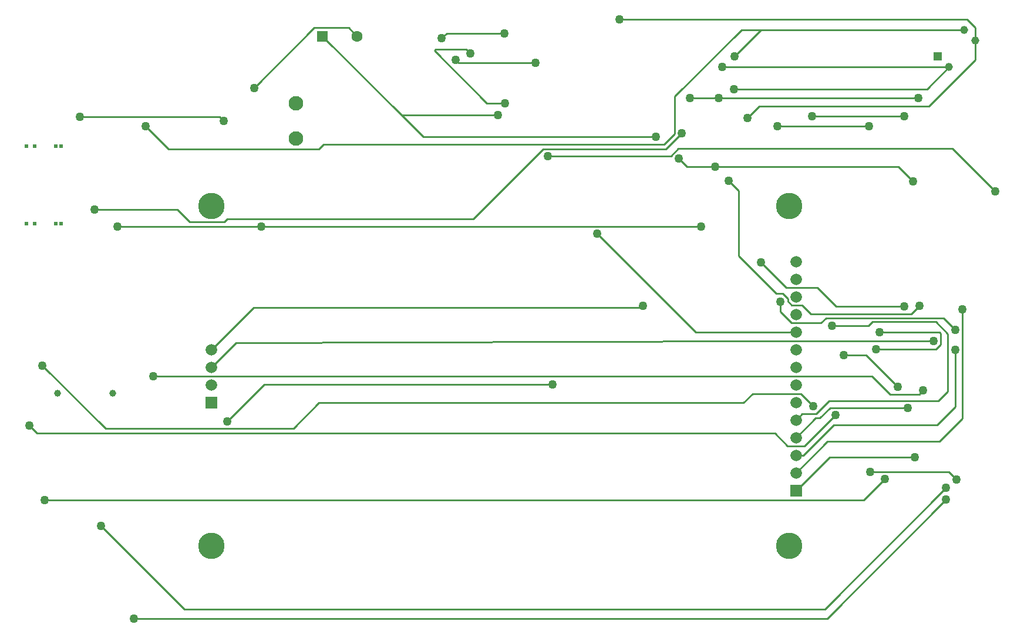
<source format=gbl>
G04*
G04 #@! TF.GenerationSoftware,Altium Limited,Altium Designer,25.6.2 (33)*
G04*
G04 Layer_Physical_Order=2*
G04 Layer_Color=16711680*
%FSLAX44Y44*%
%MOMM*%
G71*
G04*
G04 #@! TF.SameCoordinates,8FAB441B-F1FE-446A-B751-D3DFCEB5FBC4*
G04*
G04*
G04 #@! TF.FilePolarity,Positive*
G04*
G01*
G75*
%ADD18C,0.2540*%
%ADD49C,1.1500*%
%ADD50R,1.1500X1.1500*%
%ADD84C,2.1000*%
%ADD85R,1.6000X1.6000*%
%ADD86C,1.6000*%
%ADD87C,0.6096*%
%ADD88C,1.0000*%
%ADD89R,1.6650X1.6650*%
%ADD90C,1.6650*%
%ADD91C,3.8100*%
%ADD92C,1.2700*%
D18*
X673100Y891540D02*
X1306830D01*
X465074D02*
X673100D01*
X874922Y1052068D02*
X906164Y1020826D01*
X1393497Y1175057D02*
X1686304D01*
X1365303D02*
X1393497D01*
X1327150Y977138D02*
X1591564D01*
X1286764D02*
X1327150D01*
X1290574Y1076452D02*
X1331976D01*
X1354950Y1136510D02*
X1393497Y1175057D01*
X1702107Y1131623D02*
Y1159255D01*
X1635252Y1064768D02*
X1702107Y1131623D01*
X1390904Y1064768D02*
X1635252D01*
X1373750Y1047614D02*
X1390904Y1064768D01*
X662630Y1091128D02*
X749300Y1177798D01*
X799192D01*
X811130Y1165860D01*
X968248Y1147064D02*
X974344Y1140968D01*
X924560Y1147064D02*
X968248D01*
X922274Y1144778D02*
X924560Y1147064D01*
X922274Y1144778D02*
X997712Y1069340D01*
X1024128D01*
X1373632Y725932D02*
X1642110D01*
X636550Y723900D02*
X1373632Y725932D01*
X600990Y688340D02*
X636550Y723900D01*
X1491996Y558546D02*
X1615186D01*
X1443990Y510540D02*
X1491996Y558546D01*
X1673606Y631190D02*
Y712986D01*
X1647532Y605116D02*
X1673606Y631190D01*
X1498135Y605116D02*
X1647532D01*
X1454359Y561340D02*
X1498135Y605116D01*
X1443990Y561340D02*
X1454359D01*
X1610360Y764794D02*
X1622044Y776478D01*
X1465326Y764794D02*
X1610360D01*
X1452372Y777748D02*
X1465326Y764794D01*
X1437640Y777748D02*
X1452372D01*
X1431855Y783533D02*
X1437640Y777748D01*
X1431855Y783533D02*
Y787400D01*
X1424924Y794331D02*
X1431855Y787400D01*
X1415272Y794331D02*
X1424924D01*
X1360932Y848671D02*
X1415272Y794331D01*
X1360932Y848671D02*
Y942848D01*
X1346962Y956818D02*
X1360932Y942848D01*
X1354074Y1089660D02*
X1632513D01*
X1663956Y1121103D01*
X1337450D02*
X1663956D01*
X1393698Y839470D02*
X1430020Y803148D01*
X1474470D01*
X1501648Y775970D01*
X1600200D01*
X1417180Y1036066D02*
X1548892D01*
X1669434Y1003662D02*
X1731518Y941578D01*
X1273940Y1003662D02*
X1669434D01*
X1263417Y993140D02*
X1273940Y1003662D01*
X1086358Y993140D02*
X1263417D01*
X1512570Y705358D02*
X1544828D01*
X1590548Y659638D01*
X1621657Y649345D02*
X1626870Y654558D01*
X1579626Y649345D02*
X1621657D01*
X1553331Y675640D02*
X1579626Y649345D01*
X517144Y675640D02*
X1553331D01*
X338074Y604266D02*
X349504Y592836D01*
X1413510D01*
X1431798Y574548D01*
X1455871D01*
X1501083Y619760D01*
X410972Y1049528D02*
X612902D01*
X618490Y1043940D01*
X623316Y610108D02*
X676910Y663702D01*
X1092708D01*
X432308Y915670D02*
X551434D01*
X569214Y897890D01*
X619506D01*
X623824Y902208D01*
X978154D01*
X1079246Y1003300D01*
X1256538D01*
X1279144Y1025906D01*
X1591564Y977138D02*
X1612646Y956056D01*
X1274572Y989330D02*
X1286764Y977138D01*
X874922Y1052068D02*
X1013968D01*
X761130Y1165860D02*
X874922Y1052068D01*
X957072Y1126998D02*
X1068324D01*
X952754Y1131316D02*
X957072Y1126998D01*
X932942Y1162812D02*
X940054Y1169924D01*
X1023620D01*
X505714Y1036320D02*
X539242Y1002792D01*
X755650D01*
X762254Y1009396D01*
X1253511D01*
X1268984Y1024869D01*
Y1078738D01*
X1365303Y1175057D01*
X1331976Y1076452D02*
X1620200D01*
X1564386Y738886D02*
X1650746D01*
X1652270Y737362D01*
Y720598D02*
Y737362D01*
X1645920Y714248D02*
X1652270Y720598D01*
X1559306Y714248D02*
X1645920D01*
X1157478Y880618D02*
X1298956Y739140D01*
X1443990D01*
X1495806Y748030D02*
X1548280D01*
X1553786Y753536D01*
X1645494D01*
X1662430Y736600D01*
Y653288D02*
Y736600D01*
X1649222Y640080D02*
X1662430Y653288D01*
X1491669Y640080D02*
X1649222D01*
X1472621Y621032D02*
X1491669Y640080D01*
X1452883Y621032D02*
X1472621D01*
X1443990Y612140D02*
X1452883Y621032D01*
X600990Y713740D02*
X661950Y774700D01*
X1221486D01*
X1223518Y776732D01*
X1656334Y759460D02*
X1673352Y742442D01*
X1486916Y759460D02*
X1656334D01*
X1479804Y752348D02*
X1486916Y759460D01*
X1437640Y752348D02*
X1479804D01*
X1421638Y768350D02*
X1437640Y752348D01*
X1421638Y768350D02*
Y783082D01*
X1683766Y614172D02*
Y772160D01*
X1650492Y580898D02*
X1683766Y614172D01*
X1488948Y580898D02*
X1650492D01*
X1443990Y535940D02*
X1488948Y580898D01*
X1188974Y1189990D02*
X1690677D01*
X1702107Y1178560D01*
Y1159255D02*
Y1178560D01*
X906164Y1020826D02*
X1241920D01*
X1493099Y629920D02*
X1605026D01*
X1478280Y615101D02*
X1493099Y629920D01*
X1472351Y615101D02*
X1478280D01*
X1443990Y586740D02*
X1472351Y615101D01*
X357124Y690880D02*
X448303Y599701D01*
X719081D01*
X756158Y636778D01*
X1368298D01*
X1381252Y649732D01*
X1451102D01*
X1468374Y632460D01*
X1664348Y537464D02*
X1675270Y526542D01*
X1550670Y537464D02*
X1664348D01*
X360680Y496316D02*
X1541272D01*
X1572260Y527304D01*
X1467104Y1050290D02*
X1600200D01*
X1485392Y339090D02*
X1660398Y514096D01*
X561848Y339090D02*
X1485392D01*
X441868Y459070D02*
X561848Y339090D01*
X488696Y325882D02*
X1489202D01*
X1660398Y497078D01*
D49*
X1702107Y1159255D02*
D03*
X1686304Y1175057D02*
D03*
X1663956Y1121103D02*
D03*
D50*
X1648153Y1136906D02*
D03*
D84*
X722630Y1069340D02*
D03*
Y1018540D02*
D03*
D85*
X761130Y1165860D02*
D03*
D86*
X811130D02*
D03*
D87*
X334264Y1007364D02*
D03*
X346202D02*
D03*
X384302D02*
D03*
X334264Y895096D02*
D03*
X346202D02*
D03*
X376428D02*
D03*
X384302D02*
D03*
X376428Y1007364D02*
D03*
D88*
X379222Y650494D02*
D03*
X458978D02*
D03*
D89*
X600990Y637540D02*
D03*
X1443990Y510540D02*
D03*
D90*
X600990Y662940D02*
D03*
Y688340D02*
D03*
Y713740D02*
D03*
X1443990Y535940D02*
D03*
Y561340D02*
D03*
Y586740D02*
D03*
Y612140D02*
D03*
Y637540D02*
D03*
Y662940D02*
D03*
Y688340D02*
D03*
Y713740D02*
D03*
Y739140D02*
D03*
Y764540D02*
D03*
Y789940D02*
D03*
Y815340D02*
D03*
Y840740D02*
D03*
D91*
X600990Y430440D02*
D03*
Y920840D02*
D03*
X1433990Y430440D02*
D03*
Y920840D02*
D03*
D92*
X1354950Y1136510D02*
D03*
X1373750Y1047614D02*
D03*
X662630Y1091128D02*
D03*
X974344Y1140968D02*
D03*
X1024128Y1069340D02*
D03*
X1642110Y725932D02*
D03*
X1615186Y558546D02*
D03*
X1673606Y712986D02*
D03*
X1622044Y776478D02*
D03*
X1346962Y956818D02*
D03*
X1354074Y1089660D02*
D03*
X1337450Y1121103D02*
D03*
X1393698Y839470D02*
D03*
X1600200Y775970D02*
D03*
X1548892Y1036066D02*
D03*
X1417180D02*
D03*
X1731518Y941578D02*
D03*
X1086358Y993140D02*
D03*
X1512570Y705358D02*
D03*
X1590548Y659638D02*
D03*
X1626870Y654558D02*
D03*
X517144Y675640D02*
D03*
X338074Y604266D02*
D03*
X1501083Y619760D02*
D03*
X410972Y1049528D02*
D03*
X618490Y1043940D02*
D03*
X623316Y610108D02*
D03*
X1092708Y663702D02*
D03*
X432308Y915670D02*
D03*
X1279144Y1025906D02*
D03*
X1612646Y956056D02*
D03*
X1274572Y989330D02*
D03*
X1306830Y891540D02*
D03*
X1327150Y977138D02*
D03*
X1013968Y1052068D02*
D03*
X1068324Y1126998D02*
D03*
X952754Y1131316D02*
D03*
X932942Y1162812D02*
D03*
X1023620Y1169924D02*
D03*
X505714Y1036320D02*
D03*
X1290574Y1076452D02*
D03*
X1620200D02*
D03*
X1331976D02*
D03*
X673100Y891540D02*
D03*
X465074D02*
D03*
X1564386Y738886D02*
D03*
X1559306Y714248D02*
D03*
X1157478Y880618D02*
D03*
X1495806Y748030D02*
D03*
X1223518Y776732D02*
D03*
X1673352Y742442D02*
D03*
X1421638Y783082D02*
D03*
X1683766Y772160D02*
D03*
X1188974Y1189990D02*
D03*
X1241920Y1020826D02*
D03*
X1605026Y629920D02*
D03*
X357124Y690880D02*
D03*
X1468374Y632460D02*
D03*
X1675270Y526542D02*
D03*
X1550670Y537464D02*
D03*
X360680Y496316D02*
D03*
X1572260Y527304D02*
D03*
X1467104Y1050290D02*
D03*
X1600200D02*
D03*
X1660398Y514096D02*
D03*
X441868Y459070D02*
D03*
X488696Y325882D02*
D03*
X1660398Y497078D02*
D03*
M02*

</source>
